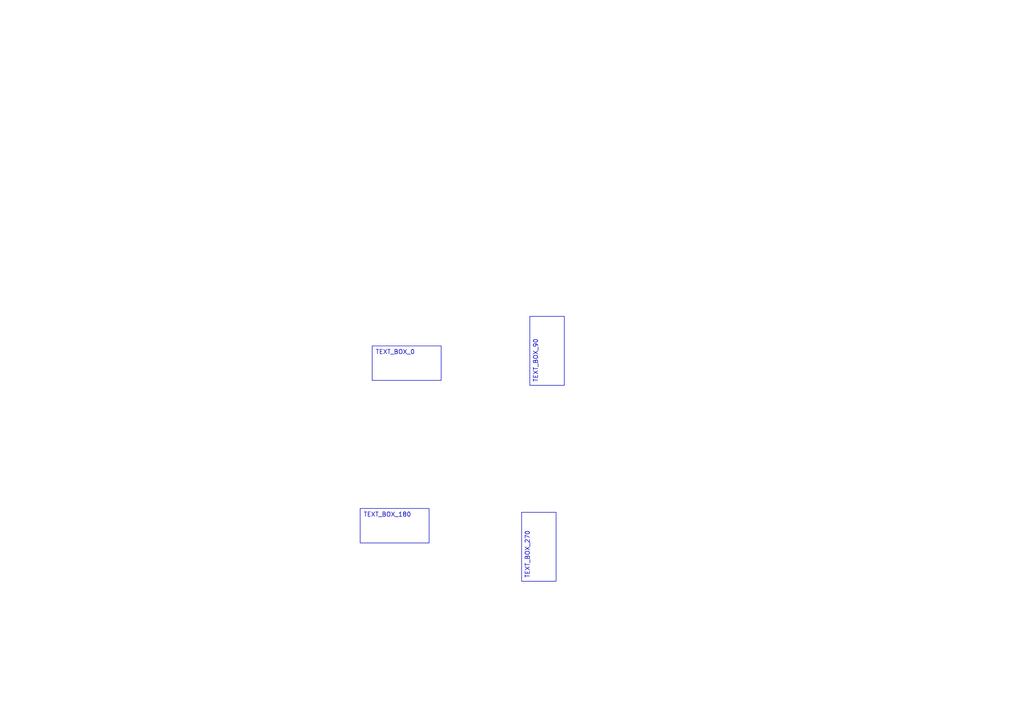
<source format=kicad_sch>
(kicad_sch
	(version 20250114)
	(generator "eeschema")
	(generator_version "9.0")
	(uuid "1bd90c7a-8fda-4f71-bc8a-e0635f645034")
	(paper "A4")
	(title_block
		(title "Text Box Rotations Reference")
	)
	(lib_symbols)
	(text_box "TEXT_BOX_0"
		(exclude_from_sim no)
		(at 107.95 100.33 0)
		(size 20 10)
		(margins 0.9525 0.9525 0.9525 0.9525)
		(stroke
			(width 0)
			(type solid)
		)
		(fill
			(type none)
		)
		(effects
			(font
				(size 1.27 1.27)
			)
			(justify left top)
		)
		(uuid "19ccca5a-26ca-4a7f-9e3e-346cae64c290")
	)
	(text_box "TEXT_BOX_180"
		(exclude_from_sim no)
		(at 104.46 147.48 0)
		(size 20 10)
		(margins 0.9525 0.9525 0.9525 0.9525)
		(stroke
			(width 0)
			(type solid)
		)
		(fill
			(type none)
		)
		(effects
			(font
				(size 1.27 1.27)
			)
			(justify left top)
		)
		(uuid "3f664506-4ba6-481d-8b7a-2abb3ab49f25")
	)
	(text_box "TEXT_BOX_270"
		(exclude_from_sim no)
		(at 151.29 148.59 90)
		(size 10 20)
		(margins 0.9525 0.9525 0.9525 0.9525)
		(stroke
			(width 0)
			(type solid)
		)
		(fill
			(type none)
		)
		(effects
			(font
				(size 1.27 1.27)
			)
			(justify left top)
		)
		(uuid "89c350cb-91a5-4ecc-91b4-74c67f18d9b5")
	)
	(text_box "TEXT_BOX_90"
		(exclude_from_sim no)
		(at 153.67 91.76 90)
		(size 10 20)
		(margins 0.9525 0.9525 0.9525 0.9525)
		(stroke
			(width 0)
			(type solid)
		)
		(fill
			(type none)
		)
		(effects
			(font
				(size 1.27 1.27)
			)
			(justify left top)
		)
		(uuid "c4cbce78-e3de-49d4-9a9b-c01896b0d670")
	)
	(sheet_instances
		(path "/"
			(page "1")
		)
	)
	(embedded_fonts no)
)

</source>
